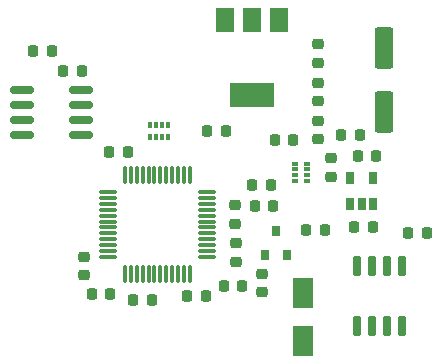
<source format=gtp>
%TF.GenerationSoftware,KiCad,Pcbnew,5.99.0-unknown-70e6d0e79f~115~ubuntu20.04.1*%
%TF.CreationDate,2021-02-01T17:32:16-08:00*%
%TF.ProjectId,T12_Control,5431325f-436f-46e7-9472-6f6c2e6b6963,rev?*%
%TF.SameCoordinates,PXba85060PY68290a0*%
%TF.FileFunction,Paste,Top*%
%TF.FilePolarity,Positive*%
%FSLAX46Y46*%
G04 Gerber Fmt 4.6, Leading zero omitted, Abs format (unit mm)*
G04 Created by KiCad (PCBNEW 5.99.0-unknown-70e6d0e79f~115~ubuntu20.04.1) date 2021-02-01 17:32:16*
%MOMM*%
%LPD*%
G01*
G04 APERTURE LIST*
G04 Aperture macros list*
%AMRoundRect*
0 Rectangle with rounded corners*
0 $1 Rounding radius*
0 $2 $3 $4 $5 $6 $7 $8 $9 X,Y pos of 4 corners*
0 Add a 4 corners polygon primitive as box body*
4,1,4,$2,$3,$4,$5,$6,$7,$8,$9,$2,$3,0*
0 Add four circle primitives for the rounded corners*
1,1,$1+$1,$2,$3*
1,1,$1+$1,$4,$5*
1,1,$1+$1,$6,$7*
1,1,$1+$1,$8,$9*
0 Add four rect primitives between the rounded corners*
20,1,$1+$1,$2,$3,$4,$5,0*
20,1,$1+$1,$4,$5,$6,$7,0*
20,1,$1+$1,$6,$7,$8,$9,0*
20,1,$1+$1,$8,$9,$2,$3,0*%
G04 Aperture macros list end*
%ADD10RoundRect,0.218750X0.218750X0.256250X-0.218750X0.256250X-0.218750X-0.256250X0.218750X-0.256250X0*%
%ADD11RoundRect,0.218750X-0.218750X-0.256250X0.218750X-0.256250X0.218750X0.256250X-0.218750X0.256250X0*%
%ADD12R,0.800000X0.900000*%
%ADD13R,1.500000X2.000000*%
%ADD14R,3.800000X2.000000*%
%ADD15RoundRect,0.218750X0.256250X-0.218750X0.256250X0.218750X-0.256250X0.218750X-0.256250X-0.218750X0*%
%ADD16RoundRect,0.218750X-0.256250X0.218750X-0.256250X-0.218750X0.256250X-0.218750X0.256250X0.218750X0*%
%ADD17R,0.650000X1.060000*%
%ADD18R,0.500000X0.320000*%
%ADD19RoundRect,0.150000X-0.150000X0.725000X-0.150000X-0.725000X0.150000X-0.725000X0.150000X0.725000X0*%
%ADD20R,0.320000X0.500000*%
%ADD21RoundRect,0.150000X-0.825000X-0.150000X0.825000X-0.150000X0.825000X0.150000X-0.825000X0.150000X0*%
%ADD22R,1.800000X2.500000*%
%ADD23RoundRect,0.250000X-0.550000X1.500000X-0.550000X-1.500000X0.550000X-1.500000X0.550000X1.500000X0*%
%ADD24RoundRect,0.075000X0.662500X0.075000X-0.662500X0.075000X-0.662500X-0.075000X0.662500X-0.075000X0*%
%ADD25RoundRect,0.075000X0.075000X0.662500X-0.075000X0.662500X-0.075000X-0.662500X0.075000X-0.662500X0*%
G04 APERTURE END LIST*
D10*
%TO.C,R9*%
X10032500Y8320000D03*
X11607500Y8320000D03*
%TD*%
D11*
%TO.C,D3*%
X15107500Y7820000D03*
X13532500Y7820000D03*
%TD*%
D12*
%TO.C,Q2*%
X24670000Y11620000D03*
X26570000Y11620000D03*
X25620000Y13620000D03*
%TD*%
D10*
%TO.C,R6*%
X34133176Y19955758D03*
X32558176Y19955758D03*
%TD*%
%TO.C,C6*%
X19705287Y8091894D03*
X18130287Y8091894D03*
%TD*%
D13*
%TO.C,U1*%
X25920000Y31470000D03*
X23620000Y31470000D03*
D14*
X23620000Y25170000D03*
D13*
X21320000Y31470000D03*
%TD*%
D11*
%TO.C,C8*%
X11489907Y20320848D03*
X13064907Y20320848D03*
%TD*%
D15*
%TO.C,C11*%
X22212495Y11023512D03*
X22212495Y12598512D03*
%TD*%
D10*
%TO.C,C5*%
X6666044Y28891309D03*
X5091044Y28891309D03*
%TD*%
%TO.C,C9*%
X9169500Y27178000D03*
X7594500Y27178000D03*
%TD*%
D16*
%TO.C,R8*%
X24420000Y10007500D03*
X24420000Y8432500D03*
%TD*%
D11*
%TO.C,D2*%
X23596500Y17526000D03*
X25171500Y17526000D03*
%TD*%
D17*
%TO.C,U3*%
X31935247Y15935610D03*
X32885247Y15935610D03*
X33835247Y15935610D03*
X33835247Y18135610D03*
X31935247Y18135610D03*
%TD*%
D10*
%TO.C,C4*%
X27079782Y21325438D03*
X25504782Y21325438D03*
%TD*%
D16*
%TO.C,C2*%
X29172215Y29431263D03*
X29172215Y27856263D03*
%TD*%
D10*
%TO.C,R3*%
X29743500Y13716000D03*
X28168500Y13716000D03*
%TD*%
D11*
%TO.C,C1*%
X36807494Y13478581D03*
X38382494Y13478581D03*
%TD*%
D18*
%TO.C,RN1*%
X27264503Y19337259D03*
X27264503Y18837259D03*
X27264503Y18337259D03*
X27264503Y17837259D03*
X28264503Y17837259D03*
X28264503Y18337259D03*
X28264503Y18837259D03*
X28264503Y19337259D03*
%TD*%
D11*
%TO.C,C3*%
X19786500Y22098000D03*
X21361500Y22098000D03*
%TD*%
D16*
%TO.C,R2*%
X29210000Y26187500D03*
X29210000Y24612500D03*
%TD*%
D11*
%TO.C,C14*%
X21196150Y8984958D03*
X22771150Y8984958D03*
%TD*%
D19*
%TO.C,Q1*%
X36322000Y10703000D03*
X35052000Y10703000D03*
X33782000Y10703000D03*
X32512000Y10703000D03*
X32512000Y5553000D03*
X33782000Y5553000D03*
X35052000Y5553000D03*
X36322000Y5553000D03*
%TD*%
D15*
%TO.C,C7*%
X9383143Y9868718D03*
X9383143Y11443718D03*
%TD*%
D10*
%TO.C,R1*%
X33807500Y13970000D03*
X32232500Y13970000D03*
%TD*%
D11*
%TO.C,R7*%
X23830966Y15766138D03*
X25405966Y15766138D03*
%TD*%
D20*
%TO.C,RN2*%
X16498000Y22598000D03*
X15998000Y22598000D03*
X15498000Y22598000D03*
X14998000Y22598000D03*
X14998000Y21598000D03*
X15498000Y21598000D03*
X15998000Y21598000D03*
X16498000Y21598000D03*
%TD*%
D21*
%TO.C,U2*%
X4129000Y25527000D03*
X4129000Y24257000D03*
X4129000Y22987000D03*
X4129000Y21717000D03*
X9079000Y21717000D03*
X9079000Y22987000D03*
X9079000Y24257000D03*
X9079000Y25527000D03*
%TD*%
D16*
%TO.C,C10*%
X22199899Y15801990D03*
X22199899Y14226990D03*
%TD*%
D22*
%TO.C,D1*%
X27940000Y4350000D03*
X27940000Y8350000D03*
%TD*%
D15*
%TO.C,C13*%
X30288516Y18227512D03*
X30288516Y19802512D03*
%TD*%
D16*
%TO.C,R4*%
X29212877Y22949567D03*
X29212877Y21374567D03*
%TD*%
D23*
%TO.C,C12*%
X34798000Y29116000D03*
X34798000Y23716000D03*
%TD*%
D24*
%TO.C,U4*%
X19755000Y11430000D03*
X19755000Y11930000D03*
X19755000Y12430000D03*
X19755000Y12930000D03*
X19755000Y13430000D03*
X19755000Y13930000D03*
X19755000Y14430000D03*
X19755000Y14930000D03*
X19755000Y15430000D03*
X19755000Y15930000D03*
X19755000Y16430000D03*
X19755000Y16930000D03*
D25*
X18342500Y18342500D03*
X17842500Y18342500D03*
X17342500Y18342500D03*
X16842500Y18342500D03*
X16342500Y18342500D03*
X15842500Y18342500D03*
X15342500Y18342500D03*
X14842500Y18342500D03*
X14342500Y18342500D03*
X13842500Y18342500D03*
X13342500Y18342500D03*
X12842500Y18342500D03*
D24*
X11430000Y16930000D03*
X11430000Y16430000D03*
X11430000Y15930000D03*
X11430000Y15430000D03*
X11430000Y14930000D03*
X11430000Y14430000D03*
X11430000Y13930000D03*
X11430000Y13430000D03*
X11430000Y12930000D03*
X11430000Y12430000D03*
X11430000Y11930000D03*
X11430000Y11430000D03*
D25*
X12842500Y10017500D03*
X13342500Y10017500D03*
X13842500Y10017500D03*
X14342500Y10017500D03*
X14842500Y10017500D03*
X15342500Y10017500D03*
X15842500Y10017500D03*
X16342500Y10017500D03*
X16842500Y10017500D03*
X17342500Y10017500D03*
X17842500Y10017500D03*
X18342500Y10017500D03*
%TD*%
D10*
%TO.C,R5*%
X32749294Y21743019D03*
X31174294Y21743019D03*
%TD*%
M02*

</source>
